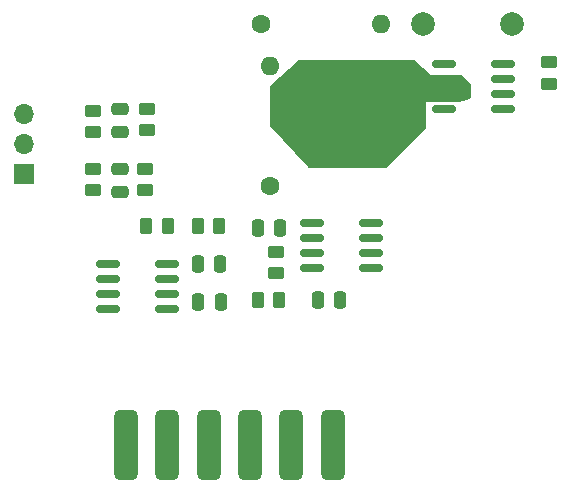
<source format=gbr>
%TF.GenerationSoftware,KiCad,Pcbnew,(6.0.10)*%
%TF.CreationDate,2023-03-20T11:55:27+01:00*%
%TF.ProjectId,616_buffer,3631365f-6275-4666-9665-722e6b696361,rev?*%
%TF.SameCoordinates,Original*%
%TF.FileFunction,Soldermask,Top*%
%TF.FilePolarity,Negative*%
%FSLAX46Y46*%
G04 Gerber Fmt 4.6, Leading zero omitted, Abs format (unit mm)*
G04 Created by KiCad (PCBNEW (6.0.10)) date 2023-03-20 11:55:27*
%MOMM*%
%LPD*%
G01*
G04 APERTURE LIST*
G04 Aperture macros list*
%AMRoundRect*
0 Rectangle with rounded corners*
0 $1 Rounding radius*
0 $2 $3 $4 $5 $6 $7 $8 $9 X,Y pos of 4 corners*
0 Add a 4 corners polygon primitive as box body*
4,1,4,$2,$3,$4,$5,$6,$7,$8,$9,$2,$3,0*
0 Add four circle primitives for the rounded corners*
1,1,$1+$1,$2,$3*
1,1,$1+$1,$4,$5*
1,1,$1+$1,$6,$7*
1,1,$1+$1,$8,$9*
0 Add four rect primitives between the rounded corners*
20,1,$1+$1,$2,$3,$4,$5,0*
20,1,$1+$1,$4,$5,$6,$7,0*
20,1,$1+$1,$6,$7,$8,$9,0*
20,1,$1+$1,$8,$9,$2,$3,0*%
G04 Aperture macros list end*
%ADD10C,1.600000*%
%ADD11O,1.600000X1.600000*%
%ADD12RoundRect,0.250000X0.250000X0.475000X-0.250000X0.475000X-0.250000X-0.475000X0.250000X-0.475000X0*%
%ADD13RoundRect,0.250000X-0.450000X0.262500X-0.450000X-0.262500X0.450000X-0.262500X0.450000X0.262500X0*%
%ADD14RoundRect,0.250000X-0.475000X0.250000X-0.475000X-0.250000X0.475000X-0.250000X0.475000X0.250000X0*%
%ADD15RoundRect,0.250000X0.450000X-0.262500X0.450000X0.262500X-0.450000X0.262500X-0.450000X-0.262500X0*%
%ADD16RoundRect,0.150000X-0.825000X-0.150000X0.825000X-0.150000X0.825000X0.150000X-0.825000X0.150000X0*%
%ADD17RoundRect,0.250000X0.475000X-0.250000X0.475000X0.250000X-0.475000X0.250000X-0.475000X-0.250000X0*%
%ADD18RoundRect,0.250000X0.262500X0.450000X-0.262500X0.450000X-0.262500X-0.450000X0.262500X-0.450000X0*%
%ADD19C,2.000000*%
%ADD20RoundRect,0.250000X-0.262500X-0.450000X0.262500X-0.450000X0.262500X0.450000X-0.262500X0.450000X0*%
%ADD21RoundRect,0.500000X0.500000X2.500000X-0.500000X2.500000X-0.500000X-2.500000X0.500000X-2.500000X0*%
%ADD22R,1.700000X1.700000*%
%ADD23O,1.700000X1.700000*%
%ADD24RoundRect,0.150000X0.825000X0.150000X-0.825000X0.150000X-0.825000X-0.150000X0.825000X-0.150000X0*%
G04 APERTURE END LIST*
D10*
%TO.C,R3*%
X134874000Y-109220000D03*
D11*
X145034000Y-109220000D03*
%TD*%
D12*
%TO.C,C2*%
X141600000Y-132588000D03*
X139700000Y-132588000D03*
%TD*%
D13*
%TO.C,R1*%
X120650000Y-121515500D03*
X120650000Y-123340500D03*
%TD*%
D14*
%TO.C,C7*%
X122936000Y-116464000D03*
X122936000Y-118364000D03*
%TD*%
D15*
%TO.C,R6*%
X159258000Y-114300000D03*
X159258000Y-112475000D03*
%TD*%
D10*
%TO.C,R5*%
X135636000Y-122936000D03*
D11*
X135636000Y-112776000D03*
%TD*%
D13*
%TO.C,R12*%
X120650000Y-116586000D03*
X120650000Y-118411000D03*
%TD*%
D16*
%TO.C,U3*%
X150433000Y-112649000D03*
X150433000Y-113919000D03*
X150433000Y-115189000D03*
X150433000Y-116459000D03*
X155383000Y-116459000D03*
X155383000Y-115189000D03*
X155383000Y-113919000D03*
X155383000Y-112649000D03*
%TD*%
D13*
%TO.C,R10*%
X136144000Y-128524000D03*
X136144000Y-130349000D03*
%TD*%
D17*
%TO.C,C6*%
X122936000Y-123444000D03*
X122936000Y-121544000D03*
%TD*%
D18*
%TO.C,R8*%
X131365000Y-126365000D03*
X129540000Y-126365000D03*
%TD*%
D19*
%TO.C,J3*%
X141732000Y-116840000D03*
%TD*%
D18*
%TO.C,R7*%
X127000000Y-126365000D03*
X125175000Y-126365000D03*
%TD*%
D20*
%TO.C,R4*%
X145495000Y-115316000D03*
X147320000Y-115316000D03*
%TD*%
D12*
%TO.C,C3*%
X131445000Y-129540000D03*
X129545000Y-129540000D03*
%TD*%
%TO.C,C1*%
X131491252Y-132753748D03*
X129591252Y-132753748D03*
%TD*%
D21*
%TO.C,J2*%
X140980000Y-144880000D03*
X137480000Y-144880000D03*
X133980000Y-144880000D03*
X130480000Y-144880000D03*
X126980000Y-144880000D03*
X123480000Y-144880000D03*
%TD*%
D15*
%TO.C,R2*%
X125222000Y-118260500D03*
X125222000Y-116435500D03*
%TD*%
D16*
%TO.C,U2*%
X139257000Y-126111000D03*
X139257000Y-127381000D03*
X139257000Y-128651000D03*
X139257000Y-129921000D03*
X144207000Y-129921000D03*
X144207000Y-128651000D03*
X144207000Y-127381000D03*
X144207000Y-126111000D03*
%TD*%
D22*
%TO.C,J1*%
X114808000Y-121920000D03*
D23*
X114808000Y-119380000D03*
X114808000Y-116840000D03*
%TD*%
D15*
%TO.C,R11*%
X125105000Y-123340500D03*
X125105000Y-121515500D03*
%TD*%
D18*
%TO.C,R9*%
X136445000Y-132588000D03*
X134620000Y-132588000D03*
%TD*%
D24*
%TO.C,U1*%
X126935000Y-133350000D03*
X126935000Y-132080000D03*
X126935000Y-130810000D03*
X126935000Y-129540000D03*
X121985000Y-129540000D03*
X121985000Y-130810000D03*
X121985000Y-132080000D03*
X121985000Y-133350000D03*
%TD*%
D12*
%TO.C,C4*%
X136520000Y-126492000D03*
X134620000Y-126492000D03*
%TD*%
D19*
%TO.C,C5*%
X156150000Y-109220000D03*
X148650000Y-109220000D03*
%TD*%
G36*
X147850503Y-112288002D02*
G01*
X147863045Y-112297204D01*
X149338084Y-113526404D01*
X149364828Y-113538000D01*
X151839810Y-113538000D01*
X151907931Y-113558002D01*
X151928905Y-113574905D01*
X152617095Y-114263095D01*
X152651121Y-114325407D01*
X152654000Y-114352190D01*
X152654000Y-115471622D01*
X152633998Y-115539743D01*
X152580342Y-115586236D01*
X152558560Y-115593860D01*
X151653049Y-115820238D01*
X151622489Y-115824000D01*
X148862115Y-115824000D01*
X148846876Y-115828475D01*
X148845671Y-115829865D01*
X148844000Y-115837548D01*
X148844000Y-118057810D01*
X148823998Y-118125931D01*
X148807095Y-118146905D01*
X145578905Y-121375095D01*
X145516593Y-121409121D01*
X145489810Y-121412000D01*
X138992945Y-121412000D01*
X138924824Y-121391998D01*
X138900613Y-121371737D01*
X135669668Y-117892258D01*
X135637973Y-117828729D01*
X135636000Y-117806521D01*
X135636000Y-114610116D01*
X135656002Y-114541995D01*
X135677710Y-114516461D01*
X138140061Y-112300345D01*
X138204076Y-112269642D01*
X138224351Y-112268000D01*
X147782382Y-112268000D01*
X147850503Y-112288002D01*
G37*
M02*

</source>
